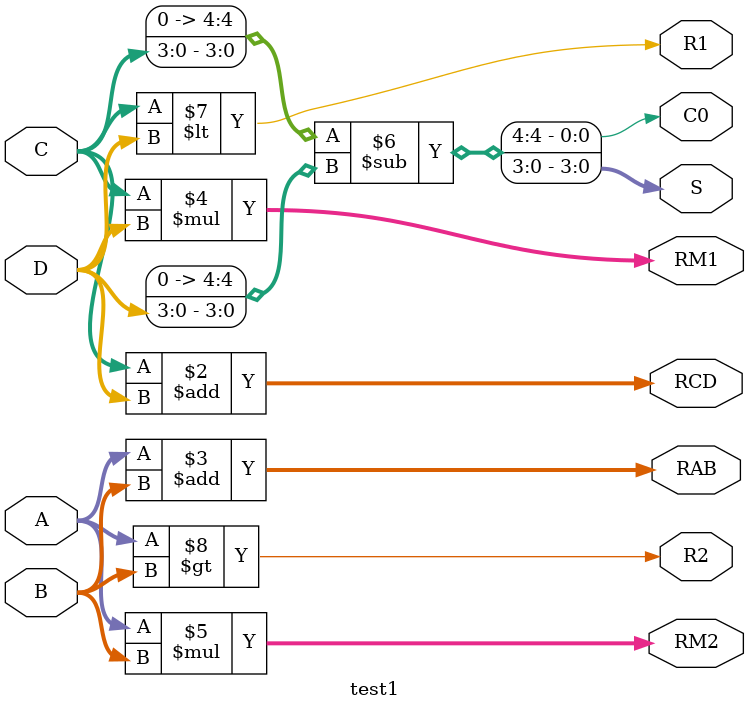
<source format=v>
module test1(A,B,C,D,RCD,RAB,RM1,RM2,S,C0,R1,R2);
	input[3:0] C,D;
	input signed[3:0] A,B; //4位有符号输入
	output[3:0] RCD,RAB;
	output[7:0] RM1,RM2;
	output[3:0] S;
	output C0;
	output R1,R2;
	
	reg[3:0] S;
	reg C0;
	
	reg[3:0] RCD;
	reg[7:0] RM1;
	reg signed[3:0] RAB;
	reg signed[7:0] RM2;
	reg R1,R2;
	always@(A,B,C,D)
	begin
		RCD<= C+D;
		RAB<=A+B;
		RM1<=C*D;
		RM2<=A*B;
		{C0,S} <= {1'b0,C} - {1'b0,D};
		R1 <= (C<D);
		R2 <= (A>B);
	end
endmodule

</source>
